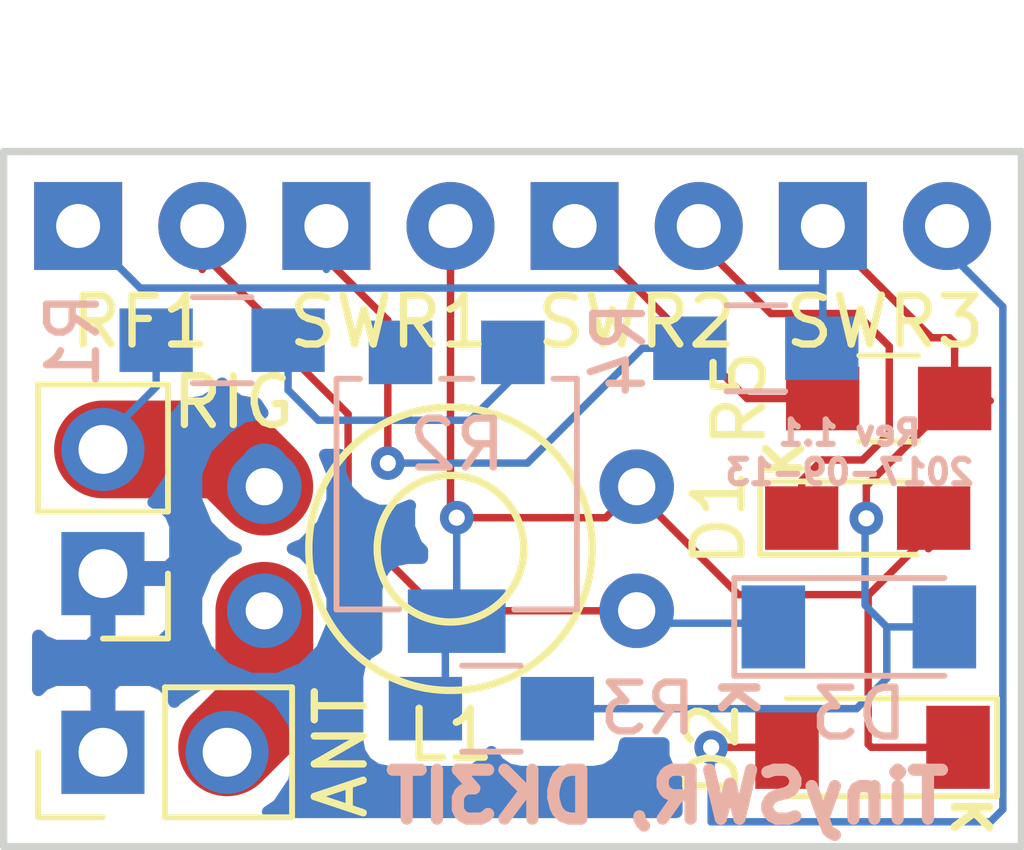
<source format=kicad_pcb>
(kicad_pcb (version 4) (host pcbnew 4.0.6)

  (general
    (links 21)
    (no_connects 0)
    (area 150.7936 90.345599 172.922001 107.898001)
    (thickness 1.6002)
    (drawings 10)
    (tracks 97)
    (zones 0)
    (modules 15)
    (nets 12)
  )

  (page A4)
  (layers
    (0 Top signal)
    (31 Bottom signal)
    (33 F.Adhes user)
    (34 B.Paste user)
    (35 F.Paste user)
    (36 B.SilkS user)
    (37 F.SilkS user)
    (38 B.Mask user)
    (39 F.Mask user)
    (40 Dwgs.User user)
    (41 Cmts.User user)
    (42 Eco1.User user)
    (43 Eco2.User user)
    (44 Edge.Cuts user)
    (45 Margin user)
    (47 F.CrtYd user)
    (49 F.Fab user)
  )

  (setup
    (last_trace_width 0.1524)
    (trace_clearance 0.1524)
    (zone_clearance 0.508)
    (zone_45_only no)
    (trace_min 0.1524)
    (segment_width 0.2)
    (edge_width 0.15)
    (via_size 0.6858)
    (via_drill 0.3302)
    (via_min_size 0.6858)
    (via_min_drill 0.3302)
    (uvia_size 0.762)
    (uvia_drill 0.508)
    (uvias_allowed no)
    (uvia_min_size 0)
    (uvia_min_drill 0)
    (pcb_text_width 0.3)
    (pcb_text_size 1.5 1.5)
    (mod_edge_width 0.15)
    (mod_text_size 1 1)
    (mod_text_width 0.15)
    (pad_size 1.524 1.524)
    (pad_drill 0.762)
    (pad_to_mask_clearance 0.2)
    (aux_axis_origin 0 0)
    (visible_elements FFFEFF7F)
    (pcbplotparams
      (layerselection 0x010f0_80000001)
      (usegerberextensions true)
      (excludeedgelayer true)
      (linewidth 0.100000)
      (plotframeref false)
      (viasonmask false)
      (mode 1)
      (useauxorigin false)
      (hpglpennumber 1)
      (hpglpenspeed 20)
      (hpglpendiameter 15)
      (hpglpenoverlay 2)
      (psnegative false)
      (psa4output false)
      (plotreference true)
      (plotvalue true)
      (plotinvisibletext false)
      (padsonsilk false)
      (subtractmaskfromsilk false)
      (outputformat 1)
      (mirror false)
      (drillshape 0)
      (scaleselection 1)
      (outputdirectory gerber/))
  )

  (net 0 "")
  (net 1 GND)
  (net 2 "Net-(D1-Pad1)")
  (net 3 "Net-(D1-Pad2)")
  (net 4 "Net-(D3-Pad1)")
  (net 5 "Net-(J1-Pad1)")
  (net 6 "Net-(R1-Pad2)")
  (net 7 "Net-(R4-Pad1)")
  (net 8 "Net-(R5-Pad1)")
  (net 9 "Net-(D2-Pad2)")
  (net 10 "Net-(D3-Pad2)")
  (net 11 "Net-(J2-Pad1)")

  (net_class Default "This is the default net class."
    (clearance 0.1524)
    (trace_width 0.1524)
    (via_dia 0.6858)
    (via_drill 0.3302)
    (uvia_dia 0.762)
    (uvia_drill 0.508)
    (add_net GND)
    (add_net "Net-(D1-Pad1)")
    (add_net "Net-(D1-Pad2)")
    (add_net "Net-(D2-Pad2)")
    (add_net "Net-(D3-Pad1)")
    (add_net "Net-(D3-Pad2)")
    (add_net "Net-(J2-Pad1)")
    (add_net "Net-(R1-Pad2)")
    (add_net "Net-(R4-Pad1)")
    (add_net "Net-(R5-Pad1)")
  )

  (net_class Medium ""
    (clearance 0.1524)
    (trace_width 1)
    (via_dia 0.6858)
    (via_drill 0.3302)
    (uvia_dia 0.762)
    (uvia_drill 0.1)
  )

  (net_class RF ""
    (clearance 0.1524)
    (trace_width 2)
    (via_dia 0.6858)
    (via_drill 0.3302)
    (uvia_dia 0.762)
    (uvia_drill 0.1)
    (add_net "Net-(J1-Pad1)")
  )

  (module Resistors_SMD:R_0805_HandSoldering placed (layer Bottom) (tedit 59B8EA2D) (tstamp 59774D35)
    (at 162 105)
    (descr "Resistor SMD 0805, hand soldering")
    (tags "resistor 0805")
    (path /5971C475)
    (attr smd)
    (fp_text reference R3 (at 3.2 0 180) (layer B.SilkS)
      (effects (font (size 1 1) (thickness 0.15)) (justify mirror))
    )
    (fp_text value 4.7k (at 0 -1.75) (layer B.Fab) hide
      (effects (font (size 1 1) (thickness 0.15)) (justify mirror))
    )
    (fp_text user %R (at 0 0) (layer B.Fab)
      (effects (font (size 0.5 0.5) (thickness 0.075)) (justify mirror))
    )
    (fp_line (start -1 -0.62) (end -1 0.62) (layer B.Fab) (width 0.1))
    (fp_line (start 1 -0.62) (end -1 -0.62) (layer B.Fab) (width 0.1))
    (fp_line (start 1 0.62) (end 1 -0.62) (layer B.Fab) (width 0.1))
    (fp_line (start -1 0.62) (end 1 0.62) (layer B.Fab) (width 0.1))
    (fp_line (start 0.6 -0.88) (end -0.6 -0.88) (layer B.SilkS) (width 0.12))
    (fp_line (start -0.6 0.88) (end 0.6 0.88) (layer B.SilkS) (width 0.12))
    (fp_line (start -2.35 0.9) (end 2.35 0.9) (layer B.CrtYd) (width 0.05))
    (fp_line (start -2.35 0.9) (end -2.35 -0.9) (layer B.CrtYd) (width 0.05))
    (fp_line (start 2.35 -0.9) (end 2.35 0.9) (layer B.CrtYd) (width 0.05))
    (fp_line (start 2.35 -0.9) (end -2.35 -0.9) (layer B.CrtYd) (width 0.05))
    (pad 1 smd rect (at -1.35 0) (size 1.5 1.3) (layers Bottom B.Paste B.Mask)
      (net 3 "Net-(D1-Pad2)"))
    (pad 2 smd rect (at 1.35 0) (size 1.5 1.3) (layers Bottom B.Paste B.Mask)
      (net 10 "Net-(D3-Pad2)"))
    (model ${KISYS3DMOD}/Resistors_SMD.3dshapes/R_0805.wrl
      (at (xyz 0 0 0))
      (scale (xyz 1 1 1))
      (rotate (xyz 0 0 0))
    )
  )

  (module LEDs:LED_0805_HandSoldering placed (layer Top) (tedit 59777DD4) (tstamp 59774C97)
    (at 169.7 101.1)
    (descr "Resistor SMD 0805, hand soldering")
    (tags "resistor 0805")
    (path /5971C155)
    (attr smd)
    (fp_text reference D1 (at -3.048 0 90) (layer F.SilkS)
      (effects (font (size 1 1) (thickness 0.15)))
    )
    (fp_text value red (at 1.524 0) (layer F.Fab) hide
      (effects (font (size 1 1) (thickness 0.15)))
    )
    (fp_line (start -0.4 -0.4) (end -0.4 0.4) (layer F.Fab) (width 0.1))
    (fp_line (start -0.4 0) (end 0.2 -0.4) (layer F.Fab) (width 0.1))
    (fp_line (start 0.2 0.4) (end -0.4 0) (layer F.Fab) (width 0.1))
    (fp_line (start 0.2 -0.4) (end 0.2 0.4) (layer F.Fab) (width 0.1))
    (fp_line (start -1 0.62) (end -1 -0.62) (layer F.Fab) (width 0.1))
    (fp_line (start 1 0.62) (end -1 0.62) (layer F.Fab) (width 0.1))
    (fp_line (start 1 -0.62) (end 1 0.62) (layer F.Fab) (width 0.1))
    (fp_line (start -1 -0.62) (end 1 -0.62) (layer F.Fab) (width 0.1))
    (fp_line (start 1 0.75) (end -2.2 0.75) (layer F.SilkS) (width 0.12))
    (fp_line (start -2.2 -0.75) (end 1 -0.75) (layer F.SilkS) (width 0.12))
    (fp_line (start -2.35 -0.9) (end 2.35 -0.9) (layer F.CrtYd) (width 0.05))
    (fp_line (start -2.35 -0.9) (end -2.35 0.9) (layer F.CrtYd) (width 0.05))
    (fp_line (start 2.35 0.9) (end 2.35 -0.9) (layer F.CrtYd) (width 0.05))
    (fp_line (start 2.35 0.9) (end -2.35 0.9) (layer F.CrtYd) (width 0.05))
    (fp_line (start -2.2 -0.75) (end -2.2 0.75) (layer F.SilkS) (width 0.12))
    (pad 1 smd rect (at -1.35 0) (size 1.5 1.3) (layers Top F.Paste F.Mask)
      (net 2 "Net-(D1-Pad1)"))
    (pad 2 smd rect (at 1.35 0) (size 1.5 1.3) (layers Top F.Paste F.Mask)
      (net 3 "Net-(D1-Pad2)"))
    (model ${KISYS3DMOD}/LEDs.3dshapes/LED_0805.wrl
      (at (xyz 0 0 0))
      (scale (xyz 1 1 1))
      (rotate (xyz 0 0 0))
    )
  )

  (module Diodes_SMD:D_MiniMELF placed (layer Bottom) (tedit 59B8ED47) (tstamp 59774CA3)
    (at 169.5196 103.3272)
    (descr "Diode Mini-MELF")
    (tags "Diode Mini-MELF")
    (path /5971C5EC)
    (attr smd)
    (fp_text reference D3 (at 0 1.778) (layer B.SilkS)
      (effects (font (size 1 1) (thickness 0.15)) (justify mirror))
    )
    (fp_text value "BAT 46" (at 0 -1.75) (layer B.Fab) hide
      (effects (font (size 1 1) (thickness 0.15)) (justify mirror))
    )
    (fp_text user %R (at 0 2) (layer B.Fab)
      (effects (font (size 1 1) (thickness 0.15)) (justify mirror))
    )
    (fp_line (start 1.75 1) (end -2.55 1) (layer B.SilkS) (width 0.12))
    (fp_line (start -2.55 1) (end -2.55 -1) (layer B.SilkS) (width 0.12))
    (fp_line (start -2.55 -1) (end 1.75 -1) (layer B.SilkS) (width 0.12))
    (fp_line (start 1.65 0.8) (end 1.65 -0.8) (layer B.Fab) (width 0.1))
    (fp_line (start 1.65 -0.8) (end -1.65 -0.8) (layer B.Fab) (width 0.1))
    (fp_line (start -1.65 -0.8) (end -1.65 0.8) (layer B.Fab) (width 0.1))
    (fp_line (start -1.65 0.8) (end 1.65 0.8) (layer B.Fab) (width 0.1))
    (fp_line (start 0.25 0) (end 0.75 0) (layer B.Fab) (width 0.1))
    (fp_line (start 0.25 -0.4) (end -0.35 0) (layer B.Fab) (width 0.1))
    (fp_line (start 0.25 0.4) (end 0.25 -0.4) (layer B.Fab) (width 0.1))
    (fp_line (start -0.35 0) (end 0.25 0.4) (layer B.Fab) (width 0.1))
    (fp_line (start -0.35 0) (end -0.35 -0.55) (layer B.Fab) (width 0.1))
    (fp_line (start -0.35 0) (end -0.35 0.55) (layer B.Fab) (width 0.1))
    (fp_line (start -0.75 0) (end -0.35 0) (layer B.Fab) (width 0.1))
    (fp_line (start -2.65 1.1) (end 2.65 1.1) (layer B.CrtYd) (width 0.05))
    (fp_line (start 2.65 1.1) (end 2.65 -1.1) (layer B.CrtYd) (width 0.05))
    (fp_line (start 2.65 -1.1) (end -2.65 -1.1) (layer B.CrtYd) (width 0.05))
    (fp_line (start -2.65 -1.1) (end -2.65 1.1) (layer B.CrtYd) (width 0.05))
    (pad 1 smd rect (at -1.75 0) (size 1.3 1.7) (layers Bottom B.Paste B.Mask)
      (net 4 "Net-(D3-Pad1)"))
    (pad 2 smd rect (at 1.75 0) (size 1.3 1.7) (layers Bottom B.Paste B.Mask)
      (net 10 "Net-(D3-Pad2)"))
    (model ${KISYS3DMOD}/Diodes_SMD.3dshapes/D_MiniMELF.wrl
      (at (xyz 0 0 0))
      (scale (xyz 1 1 1))
      (rotate (xyz 0 0 0))
    )
  )

  (module mfhepp:FT23_horizontal placed (layer Top) (tedit 59765FA4) (tstamp 59774D02)
    (at 161.163 101.727)
    (tags "toroid, coil, amidon, FT")
    (path /59767ABF)
    (fp_text reference L1 (at 0 3.81) (layer F.SilkS)
      (effects (font (size 1 1) (thickness 0.15)))
    )
    (fp_text value FT23-43 (at 0 -3.81) (layer F.Fab)
      (effects (font (size 1 1) (thickness 0.15)))
    )
    (fp_circle (center 0 0) (end 5 0) (layer F.CrtYd) (width 0.1))
    (fp_circle (center 0 0) (end 2.9 0) (layer F.SilkS) (width 0.15))
    (fp_circle (center 0 0) (end 1.5 0) (layer F.SilkS) (width 0.15))
    (pad 1 thru_hole circle (at -3.81 -1.27) (size 1.524 1.524) (drill 0.762) (layers *.Cu *.Mask)
      (net 11 "Net-(J2-Pad1)"))
    (pad 2 thru_hole circle (at -3.81 1.27) (size 1.524 1.524) (drill 0.762) (layers *.Cu *.Mask)
      (net 5 "Net-(J1-Pad1)"))
    (pad 3 thru_hole circle (at 3.81 -1.27) (size 1.524 1.524) (drill 0.762) (layers *.Cu *.Mask)
      (net 3 "Net-(D1-Pad2)"))
    (pad 4 thru_hole circle (at 3.81 1.27) (size 1.524 1.524) (drill 0.762) (layers *.Cu *.Mask)
      (net 4 "Net-(D3-Pad1)"))
  )

  (module Resistors_SMD:R_0805_HandSoldering placed (layer Bottom) (tedit 59777F4F) (tstamp 59774D28)
    (at 156.4894 97.4598)
    (descr "Resistor SMD 0805, hand soldering")
    (tags "resistor 0805")
    (path /5971C512)
    (attr smd)
    (fp_text reference R1 (at -3.048 0 270) (layer B.SilkS)
      (effects (font (size 1 1) (thickness 0.15)) (justify mirror))
    )
    (fp_text value 820 (at 0 -1.75) (layer B.Fab) hide
      (effects (font (size 1 1) (thickness 0.15)) (justify mirror))
    )
    (fp_text user %R (at 0 0) (layer B.Fab)
      (effects (font (size 0.5 0.5) (thickness 0.075)) (justify mirror))
    )
    (fp_line (start -1 -0.62) (end -1 0.62) (layer B.Fab) (width 0.1))
    (fp_line (start 1 -0.62) (end -1 -0.62) (layer B.Fab) (width 0.1))
    (fp_line (start 1 0.62) (end 1 -0.62) (layer B.Fab) (width 0.1))
    (fp_line (start -1 0.62) (end 1 0.62) (layer B.Fab) (width 0.1))
    (fp_line (start 0.6 -0.88) (end -0.6 -0.88) (layer B.SilkS) (width 0.12))
    (fp_line (start -0.6 0.88) (end 0.6 0.88) (layer B.SilkS) (width 0.12))
    (fp_line (start -2.35 0.9) (end 2.35 0.9) (layer B.CrtYd) (width 0.05))
    (fp_line (start -2.35 0.9) (end -2.35 -0.9) (layer B.CrtYd) (width 0.05))
    (fp_line (start 2.35 -0.9) (end 2.35 0.9) (layer B.CrtYd) (width 0.05))
    (fp_line (start 2.35 -0.9) (end -2.35 -0.9) (layer B.CrtYd) (width 0.05))
    (pad 1 smd rect (at -1.35 0) (size 1.5 1.3) (layers Bottom B.Paste B.Mask)
      (net 11 "Net-(J2-Pad1)"))
    (pad 2 smd rect (at 1.35 0) (size 1.5 1.3) (layers Bottom B.Paste B.Mask)
      (net 6 "Net-(R1-Pad2)"))
    (model ${KISYS3DMOD}/Resistors_SMD.3dshapes/R_0805.wrl
      (at (xyz 0 0 0))
      (scale (xyz 1 1 1))
      (rotate (xyz 0 0 0))
    )
  )

  (module Resistors_SMD:R_0805_HandSoldering placed (layer Bottom) (tedit 59B8F2E6) (tstamp 59774D3B)
    (at 167.4114 97.6249)
    (descr "Resistor SMD 0805, hand soldering")
    (tags "resistor 0805")
    (path /5971C358)
    (attr smd)
    (fp_text reference R4 (at -2.794 0.0254 270) (layer B.SilkS)
      (effects (font (size 1 1) (thickness 0.15)) (justify mirror))
    )
    (fp_text value 860 (at 0 1.524) (layer B.Fab) hide
      (effects (font (size 1 1) (thickness 0.15)) (justify mirror))
    )
    (fp_text user %R (at 0 0) (layer B.Fab)
      (effects (font (size 0.5 0.5) (thickness 0.075)) (justify mirror))
    )
    (fp_line (start -1 -0.62) (end -1 0.62) (layer B.Fab) (width 0.1))
    (fp_line (start 1 -0.62) (end -1 -0.62) (layer B.Fab) (width 0.1))
    (fp_line (start 1 0.62) (end 1 -0.62) (layer B.Fab) (width 0.1))
    (fp_line (start -1 0.62) (end 1 0.62) (layer B.Fab) (width 0.1))
    (fp_line (start 0.6 -0.88) (end -0.6 -0.88) (layer B.SilkS) (width 0.12))
    (fp_line (start -0.6 0.88) (end 0.6 0.88) (layer B.SilkS) (width 0.12))
    (fp_line (start -2.35 0.9) (end 2.35 0.9) (layer B.CrtYd) (width 0.05))
    (fp_line (start -2.35 0.9) (end -2.35 -0.9) (layer B.CrtYd) (width 0.05))
    (fp_line (start 2.35 -0.9) (end 2.35 0.9) (layer B.CrtYd) (width 0.05))
    (fp_line (start 2.35 -0.9) (end -2.35 -0.9) (layer B.CrtYd) (width 0.05))
    (pad 1 smd rect (at -1.35 0) (size 1.5 1.3) (layers Bottom B.Paste B.Mask)
      (net 7 "Net-(R4-Pad1)"))
    (pad 2 smd rect (at 1.35 0) (size 1.5 1.3) (layers Bottom B.Paste B.Mask)
      (net 10 "Net-(D3-Pad2)"))
    (model ${KISYS3DMOD}/Resistors_SMD.3dshapes/R_0805.wrl
      (at (xyz 0 0 0))
      (scale (xyz 1 1 1))
      (rotate (xyz 0 0 0))
    )
  )

  (module Resistors_SMD:R_0805_HandSoldering placed (layer Top) (tedit 59778116) (tstamp 59774D41)
    (at 170.1292 98.6536)
    (descr "Resistor SMD 0805, hand soldering")
    (tags "resistor 0805")
    (path /5971C4BD)
    (attr smd)
    (fp_text reference R5 (at -3.048 0 90) (layer F.SilkS)
      (effects (font (size 1 1) (thickness 0.15)))
    )
    (fp_text value 100 (at 1.016 0) (layer F.Fab) hide
      (effects (font (size 1 1) (thickness 0.15)))
    )
    (fp_text user %R (at 0 0) (layer F.Fab)
      (effects (font (size 0.5 0.5) (thickness 0.075)))
    )
    (fp_line (start -1 0.62) (end -1 -0.62) (layer F.Fab) (width 0.1))
    (fp_line (start 1 0.62) (end -1 0.62) (layer F.Fab) (width 0.1))
    (fp_line (start 1 -0.62) (end 1 0.62) (layer F.Fab) (width 0.1))
    (fp_line (start -1 -0.62) (end 1 -0.62) (layer F.Fab) (width 0.1))
    (fp_line (start 0.6 0.88) (end -0.6 0.88) (layer F.SilkS) (width 0.12))
    (fp_line (start -0.6 -0.88) (end 0.6 -0.88) (layer F.SilkS) (width 0.12))
    (fp_line (start -2.35 -0.9) (end 2.35 -0.9) (layer F.CrtYd) (width 0.05))
    (fp_line (start -2.35 -0.9) (end -2.35 0.9) (layer F.CrtYd) (width 0.05))
    (fp_line (start 2.35 0.9) (end 2.35 -0.9) (layer F.CrtYd) (width 0.05))
    (fp_line (start 2.35 0.9) (end -2.35 0.9) (layer F.CrtYd) (width 0.05))
    (pad 1 smd rect (at -1.35 0) (size 1.5 1.3) (layers Top F.Paste F.Mask)
      (net 8 "Net-(R5-Pad1)"))
    (pad 2 smd rect (at 1.35 0) (size 1.5 1.3) (layers Top F.Paste F.Mask)
      (net 10 "Net-(D3-Pad2)"))
    (model ${KISYS3DMOD}/Resistors_SMD.3dshapes/R_0805.wrl
      (at (xyz 0 0 0))
      (scale (xyz 1 1 1))
      (rotate (xyz 0 0 0))
    )
  )

  (module lib_fp:LED_D1.8mm_W1.8mm_H2.4mm_Horizontal_O1.27mm_Z1.6mm (layer Bottom) (tedit 59B8E866) (tstamp 5977A4DA)
    (at 158.623 95.123)
    (descr "LED, ,  diameter 1.8mm size 1.8x2.4mm^2 z-position of LED center 1.6mm, 2 pins")
    (tags "LED   diameter 1.8mm size 1.8x2.4mm^2 z-position of LED center 1.6mm 2 pins")
    (path /5971C0D5)
    (fp_text reference SWR1 (at 1.27 1.96) (layer F.SilkS)
      (effects (font (size 1 1) (thickness 0.15)))
    )
    (fp_text value red (at 1.143 -0.127) (layer B.Fab) hide
      (effects (font (size 1 1) (thickness 0.15)) (justify mirror))
    )
    (fp_line (start -0.38 -1.27) (end -0.38 -2.87) (layer B.Fab) (width 0.1))
    (fp_line (start -0.38 -2.87) (end 2.92 -2.87) (layer B.Fab) (width 0.1))
    (fp_line (start 2.92 -2.87) (end 2.92 -1.27) (layer B.Fab) (width 0.1))
    (fp_line (start 2.92 -1.27) (end -0.38 -1.27) (layer B.Fab) (width 0.1))
    (fp_line (start 0.37 -2.87) (end 0.37 -4.27) (layer B.Fab) (width 0.1))
    (fp_line (start 0.37 -4.27) (end 2.17 -4.27) (layer B.Fab) (width 0.1))
    (fp_line (start 2.17 -4.27) (end 2.17 -2.87) (layer B.Fab) (width 0.1))
    (fp_line (start 2.17 -2.87) (end 0.37 -2.87) (layer B.Fab) (width 0.1))
    (fp_line (start 0 0) (end 0 -1.27) (layer B.Fab) (width 0.1))
    (fp_line (start 0 -1.27) (end 0 -1.27) (layer B.Fab) (width 0.1))
    (fp_line (start 0 -1.27) (end 0 0) (layer B.Fab) (width 0.1))
    (fp_line (start 0 0) (end 0 0) (layer B.Fab) (width 0.1))
    (fp_line (start 2.54 0) (end 2.54 -1.27) (layer B.Fab) (width 0.1))
    (fp_line (start 2.54 -1.27) (end 2.54 -1.27) (layer B.Fab) (width 0.1))
    (fp_line (start 2.54 -1.27) (end 2.54 0) (layer B.Fab) (width 0.1))
    (fp_line (start 2.54 0) (end 2.54 0) (layer B.Fab) (width 0.1))
    (fp_line (start -1.25 1.25) (end -1.25 -4.6) (layer B.CrtYd) (width 0.05))
    (fp_line (start -1.25 -4.6) (end 3.75 -4.6) (layer B.CrtYd) (width 0.05))
    (fp_line (start 3.75 -4.6) (end 3.75 1.25) (layer B.CrtYd) (width 0.05))
    (fp_line (start 3.75 1.25) (end -1.25 1.25) (layer B.CrtYd) (width 0.05))
    (pad 1 thru_hole rect (at 0 0) (size 1.8 1.8) (drill 0.9) (layers *.Cu *.Mask)
      (net 7 "Net-(R4-Pad1)"))
    (pad 2 thru_hole circle (at 2.54 0) (size 1.8 1.8) (drill 0.9) (layers *.Cu *.Mask)
      (net 3 "Net-(D1-Pad2)"))
    (model ${KISYS3DMOD}/LEDs.3dshapes/LED_D1.8mm_W1.8mm_H2.4mm_Horizontal_O1.27mm_Z1.6mm.wrl
      (at (xyz 0 0 0))
      (scale (xyz 0.393701 0.393701 0.393701))
      (rotate (xyz 0 0 0))
    )
  )

  (module lib_fp:LED_D1.8mm_W1.8mm_H2.4mm_Horizontal_O1.27mm_Z1.6mm (layer Bottom) (tedit 59B8E861) (tstamp 5977A4F3)
    (at 163.703 95.123)
    (descr "LED, ,  diameter 1.8mm size 1.8x2.4mm^2 z-position of LED center 1.6mm, 2 pins")
    (tags "LED   diameter 1.8mm size 1.8x2.4mm^2 z-position of LED center 1.6mm 2 pins")
    (path /5971C2A8)
    (fp_text reference SWR2 (at 1.27 1.96) (layer F.SilkS)
      (effects (font (size 1 1) (thickness 0.15)))
    )
    (fp_text value red (at 1.27 -0.127) (layer B.Fab) hide
      (effects (font (size 1 1) (thickness 0.15)) (justify mirror))
    )
    (fp_line (start -0.38 -1.27) (end -0.38 -2.87) (layer B.Fab) (width 0.1))
    (fp_line (start -0.38 -2.87) (end 2.92 -2.87) (layer B.Fab) (width 0.1))
    (fp_line (start 2.92 -2.87) (end 2.92 -1.27) (layer B.Fab) (width 0.1))
    (fp_line (start 2.92 -1.27) (end -0.38 -1.27) (layer B.Fab) (width 0.1))
    (fp_line (start 0.37 -2.87) (end 0.37 -4.27) (layer B.Fab) (width 0.1))
    (fp_line (start 0.37 -4.27) (end 2.17 -4.27) (layer B.Fab) (width 0.1))
    (fp_line (start 2.17 -4.27) (end 2.17 -2.87) (layer B.Fab) (width 0.1))
    (fp_line (start 2.17 -2.87) (end 0.37 -2.87) (layer B.Fab) (width 0.1))
    (fp_line (start 0 0) (end 0 -1.27) (layer B.Fab) (width 0.1))
    (fp_line (start 0 -1.27) (end 0 -1.27) (layer B.Fab) (width 0.1))
    (fp_line (start 0 -1.27) (end 0 0) (layer B.Fab) (width 0.1))
    (fp_line (start 0 0) (end 0 0) (layer B.Fab) (width 0.1))
    (fp_line (start 2.54 0) (end 2.54 -1.27) (layer B.Fab) (width 0.1))
    (fp_line (start 2.54 -1.27) (end 2.54 -1.27) (layer B.Fab) (width 0.1))
    (fp_line (start 2.54 -1.27) (end 2.54 0) (layer B.Fab) (width 0.1))
    (fp_line (start 2.54 0) (end 2.54 0) (layer B.Fab) (width 0.1))
    (fp_line (start -1.25 1.25) (end -1.25 -4.6) (layer B.CrtYd) (width 0.05))
    (fp_line (start -1.25 -4.6) (end 3.75 -4.6) (layer B.CrtYd) (width 0.05))
    (fp_line (start 3.75 -4.6) (end 3.75 1.25) (layer B.CrtYd) (width 0.05))
    (fp_line (start 3.75 1.25) (end -1.25 1.25) (layer B.CrtYd) (width 0.05))
    (pad 1 thru_hole rect (at 0 0) (size 1.8 1.8) (drill 0.9) (layers *.Cu *.Mask)
      (net 8 "Net-(R5-Pad1)"))
    (pad 2 thru_hole circle (at 2.54 0) (size 1.8 1.8) (drill 0.9) (layers *.Cu *.Mask)
      (net 2 "Net-(D1-Pad1)"))
    (model ${KISYS3DMOD}/LEDs.3dshapes/LED_D1.8mm_W1.8mm_H2.4mm_Horizontal_O1.27mm_Z1.6mm.wrl
      (at (xyz 0 0 0))
      (scale (xyz 0.393701 0.393701 0.393701))
      (rotate (xyz 0 0 0))
    )
  )

  (module lib_fp:LED_D1.8mm_W1.8mm_H2.4mm_Horizontal_O1.27mm_Z1.6mm (layer Bottom) (tedit 59B8E85B) (tstamp 5977A50C)
    (at 168.783 95.123)
    (descr "LED, ,  diameter 1.8mm size 1.8x2.4mm^2 z-position of LED center 1.6mm, 2 pins")
    (tags "LED   diameter 1.8mm size 1.8x2.4mm^2 z-position of LED center 1.6mm 2 pins")
    (path /5971C30D)
    (fp_text reference SWR3 (at 1.27 1.96) (layer F.SilkS)
      (effects (font (size 1 1) (thickness 0.15)))
    )
    (fp_text value red (at 1.27 -0.127) (layer B.Fab) hide
      (effects (font (size 1 1) (thickness 0.15)) (justify mirror))
    )
    (fp_line (start -0.38 -1.27) (end -0.38 -2.87) (layer B.Fab) (width 0.1))
    (fp_line (start -0.38 -2.87) (end 2.92 -2.87) (layer B.Fab) (width 0.1))
    (fp_line (start 2.92 -2.87) (end 2.92 -1.27) (layer B.Fab) (width 0.1))
    (fp_line (start 2.92 -1.27) (end -0.38 -1.27) (layer B.Fab) (width 0.1))
    (fp_line (start 0.37 -2.87) (end 0.37 -4.27) (layer B.Fab) (width 0.1))
    (fp_line (start 0.37 -4.27) (end 2.17 -4.27) (layer B.Fab) (width 0.1))
    (fp_line (start 2.17 -4.27) (end 2.17 -2.87) (layer B.Fab) (width 0.1))
    (fp_line (start 2.17 -2.87) (end 0.37 -2.87) (layer B.Fab) (width 0.1))
    (fp_line (start 0 0) (end 0 -1.27) (layer B.Fab) (width 0.1))
    (fp_line (start 0 -1.27) (end 0 -1.27) (layer B.Fab) (width 0.1))
    (fp_line (start 0 -1.27) (end 0 0) (layer B.Fab) (width 0.1))
    (fp_line (start 0 0) (end 0 0) (layer B.Fab) (width 0.1))
    (fp_line (start 2.54 0) (end 2.54 -1.27) (layer B.Fab) (width 0.1))
    (fp_line (start 2.54 -1.27) (end 2.54 -1.27) (layer B.Fab) (width 0.1))
    (fp_line (start 2.54 -1.27) (end 2.54 0) (layer B.Fab) (width 0.1))
    (fp_line (start 2.54 0) (end 2.54 0) (layer B.Fab) (width 0.1))
    (fp_line (start -1.25 1.25) (end -1.25 -4.6) (layer B.CrtYd) (width 0.05))
    (fp_line (start -1.25 -4.6) (end 3.75 -4.6) (layer B.CrtYd) (width 0.05))
    (fp_line (start 3.75 -4.6) (end 3.75 1.25) (layer B.CrtYd) (width 0.05))
    (fp_line (start 3.75 1.25) (end -1.25 1.25) (layer B.CrtYd) (width 0.05))
    (pad 1 thru_hole rect (at 0 0) (size 1.8 1.8) (drill 0.9) (layers *.Cu *.Mask)
      (net 10 "Net-(D3-Pad2)"))
    (pad 2 thru_hole circle (at 2.54 0) (size 1.8 1.8) (drill 0.9) (layers *.Cu *.Mask)
      (net 9 "Net-(D2-Pad2)"))
    (model ${KISYS3DMOD}/LEDs.3dshapes/LED_D1.8mm_W1.8mm_H2.4mm_Horizontal_O1.27mm_Z1.6mm.wrl
      (at (xyz 0 0 0))
      (scale (xyz 0.393701 0.393701 0.393701))
      (rotate (xyz 0 0 0))
    )
  )

  (module lib_fp:LED_D1.8mm_W1.8mm_H2.4mm_Horizontal_O1.27mm_Z1.6mm (layer Bottom) (tedit 59B8E86D) (tstamp 5977AB97)
    (at 153.543 95.123)
    (descr "LED, ,  diameter 1.8mm size 1.8x2.4mm^2 z-position of LED center 1.6mm, 2 pins")
    (tags "LED   diameter 1.8mm size 1.8x2.4mm^2 z-position of LED center 1.6mm 2 pins")
    (path /5971C1E1)
    (fp_text reference RF1 (at 1.27 1.96) (layer F.SilkS)
      (effects (font (size 1 1) (thickness 0.15)))
    )
    (fp_text value yellow (at 1.651 -0.254) (layer B.Fab) hide
      (effects (font (size 1 1) (thickness 0.15)) (justify mirror))
    )
    (fp_line (start -0.38 -1.27) (end -0.38 -2.87) (layer B.Fab) (width 0.1))
    (fp_line (start -0.38 -2.87) (end 2.92 -2.87) (layer B.Fab) (width 0.1))
    (fp_line (start 2.92 -2.87) (end 2.92 -1.27) (layer B.Fab) (width 0.1))
    (fp_line (start 2.92 -1.27) (end -0.38 -1.27) (layer B.Fab) (width 0.1))
    (fp_line (start 0.37 -2.87) (end 0.37 -4.27) (layer B.Fab) (width 0.1))
    (fp_line (start 0.37 -4.27) (end 2.17 -4.27) (layer B.Fab) (width 0.1))
    (fp_line (start 2.17 -4.27) (end 2.17 -2.87) (layer B.Fab) (width 0.1))
    (fp_line (start 2.17 -2.87) (end 0.37 -2.87) (layer B.Fab) (width 0.1))
    (fp_line (start 0 0) (end 0 -1.27) (layer B.Fab) (width 0.1))
    (fp_line (start 0 -1.27) (end 0 -1.27) (layer B.Fab) (width 0.1))
    (fp_line (start 0 -1.27) (end 0 0) (layer B.Fab) (width 0.1))
    (fp_line (start 0 0) (end 0 0) (layer B.Fab) (width 0.1))
    (fp_line (start 2.54 0) (end 2.54 -1.27) (layer B.Fab) (width 0.1))
    (fp_line (start 2.54 -1.27) (end 2.54 -1.27) (layer B.Fab) (width 0.1))
    (fp_line (start 2.54 -1.27) (end 2.54 0) (layer B.Fab) (width 0.1))
    (fp_line (start 2.54 0) (end 2.54 0) (layer B.Fab) (width 0.1))
    (fp_line (start -1.25 1.25) (end -1.25 -4.6) (layer B.CrtYd) (width 0.05))
    (fp_line (start -1.25 -4.6) (end 3.75 -4.6) (layer B.CrtYd) (width 0.05))
    (fp_line (start 3.75 -4.6) (end 3.75 1.25) (layer B.CrtYd) (width 0.05))
    (fp_line (start 3.75 1.25) (end -1.25 1.25) (layer B.CrtYd) (width 0.05))
    (pad 1 thru_hole rect (at 0 0) (size 1.8 1.8) (drill 0.9) (layers *.Cu *.Mask)
      (net 10 "Net-(D3-Pad2)"))
    (pad 2 thru_hole circle (at 2.54 0) (size 1.8 1.8) (drill 0.9) (layers *.Cu *.Mask)
      (net 4 "Net-(D3-Pad1)"))
    (model ${KISYS3DMOD}/LEDs.3dshapes/LED_D1.8mm_W1.8mm_H2.4mm_Horizontal_O1.27mm_Z1.6mm.wrl
      (at (xyz 0 0 0))
      (scale (xyz 0.393701 0.393701 0.393701))
      (rotate (xyz 0 0 0))
    )
  )

  (module Diodes_SMD:D_MiniMELF (layer Top) (tedit 59A8F09F) (tstamp 59A8EF44)
    (at 169.799 105.791 180)
    (descr "Diode Mini-MELF")
    (tags "Diode Mini-MELF")
    (path /59A5F404)
    (attr smd)
    (fp_text reference D2 (at 3.2766 -0.0508 270) (layer F.SilkS)
      (effects (font (size 1 1) (thickness 0.15)))
    )
    (fp_text value 3.3V (at 0 1.75 180) (layer F.Fab) hide
      (effects (font (size 1 1) (thickness 0.15)))
    )
    (fp_text user %R (at -2.4892 -0.0508 270) (layer F.Fab) hide
      (effects (font (size 1 1) (thickness 0.15)))
    )
    (fp_line (start 1.75 -1) (end -2.55 -1) (layer F.SilkS) (width 0.12))
    (fp_line (start -2.55 -1) (end -2.55 1) (layer F.SilkS) (width 0.12))
    (fp_line (start -2.55 1) (end 1.75 1) (layer F.SilkS) (width 0.12))
    (fp_line (start 1.65 -0.8) (end 1.65 0.8) (layer F.Fab) (width 0.1))
    (fp_line (start 1.65 0.8) (end -1.65 0.8) (layer F.Fab) (width 0.1))
    (fp_line (start -1.65 0.8) (end -1.65 -0.8) (layer F.Fab) (width 0.1))
    (fp_line (start -1.65 -0.8) (end 1.65 -0.8) (layer F.Fab) (width 0.1))
    (fp_line (start 0.25 0) (end 0.75 0) (layer F.Fab) (width 0.1))
    (fp_line (start 0.25 0.4) (end -0.35 0) (layer F.Fab) (width 0.1))
    (fp_line (start 0.25 -0.4) (end 0.25 0.4) (layer F.Fab) (width 0.1))
    (fp_line (start -0.35 0) (end 0.25 -0.4) (layer F.Fab) (width 0.1))
    (fp_line (start -0.35 0) (end -0.35 0.55) (layer F.Fab) (width 0.1))
    (fp_line (start -0.35 0) (end -0.35 -0.55) (layer F.Fab) (width 0.1))
    (fp_line (start -0.75 0) (end -0.35 0) (layer F.Fab) (width 0.1))
    (fp_line (start -2.65 -1.1) (end 2.65 -1.1) (layer F.CrtYd) (width 0.05))
    (fp_line (start 2.65 -1.1) (end 2.65 1.1) (layer F.CrtYd) (width 0.05))
    (fp_line (start 2.65 1.1) (end -2.65 1.1) (layer F.CrtYd) (width 0.05))
    (fp_line (start -2.65 1.1) (end -2.65 -1.1) (layer F.CrtYd) (width 0.05))
    (pad 1 smd rect (at -1.75 0 180) (size 1.3 1.7) (layers Top F.Paste F.Mask)
      (net 3 "Net-(D1-Pad2)"))
    (pad 2 smd rect (at 1.75 0 180) (size 1.3 1.7) (layers Top F.Paste F.Mask)
      (net 9 "Net-(D2-Pad2)"))
    (model ${KISYS3DMOD}/Diodes_SMD.3dshapes/D_MiniMELF.wrl
      (at (xyz 0 0 0))
      (scale (xyz 1 1 1))
      (rotate (xyz 0 0 0))
    )
  )

  (module lib_fp:BNC (layer Top) (tedit 59B8E5DB) (tstamp 59A8F07C)
    (at 154.051 105.8926 90)
    (descr "Through hole straight pin header, 1x02, 2.54mm pitch, single row")
    (tags "Through hole pin header THT 1x02 2.54mm single row")
    (path /5971BD9F)
    (fp_text reference J1 (at 0 -2.33 90) (layer F.SilkS) hide
      (effects (font (size 1 1) (thickness 0.15)))
    )
    (fp_text value ANT (at 0 4.87 90) (layer F.SilkS)
      (effects (font (size 1 1) (thickness 0.15)))
    )
    (fp_line (start -0.635 -1.27) (end 1.27 -1.27) (layer F.Fab) (width 0.1))
    (fp_line (start 1.27 -1.27) (end 1.27 3.81) (layer F.Fab) (width 0.1))
    (fp_line (start 1.27 3.81) (end -1.27 3.81) (layer F.Fab) (width 0.1))
    (fp_line (start -1.27 3.81) (end -1.27 -0.635) (layer F.Fab) (width 0.1))
    (fp_line (start -1.27 -0.635) (end -0.635 -1.27) (layer F.Fab) (width 0.1))
    (fp_line (start -1.33 3.87) (end 1.33 3.87) (layer F.SilkS) (width 0.12))
    (fp_line (start -1.33 1.27) (end -1.33 3.87) (layer F.SilkS) (width 0.12))
    (fp_line (start 1.33 1.27) (end 1.33 3.87) (layer F.SilkS) (width 0.12))
    (fp_line (start -1.33 1.27) (end 1.33 1.27) (layer F.SilkS) (width 0.12))
    (fp_line (start -1.33 0) (end -1.33 -1.33) (layer F.SilkS) (width 0.12))
    (fp_line (start -1.33 -1.33) (end 0 -1.33) (layer F.SilkS) (width 0.12))
    (fp_line (start -1.8 -1.8) (end -1.8 4.35) (layer F.CrtYd) (width 0.05))
    (fp_line (start -1.8 4.35) (end 1.8 4.35) (layer F.CrtYd) (width 0.05))
    (fp_line (start 1.8 4.35) (end 1.8 -1.8) (layer F.CrtYd) (width 0.05))
    (fp_line (start 1.8 -1.8) (end -1.8 -1.8) (layer F.CrtYd) (width 0.05))
    (fp_text user %R (at 0 1.27 180) (layer F.Fab)
      (effects (font (size 1 1) (thickness 0.15)))
    )
    (pad 2 thru_hole rect (at 0 0 90) (size 1.7 1.7) (drill 1) (layers *.Cu *.Mask)
      (net 1 GND))
    (pad 1 thru_hole oval (at 0 2.54 90) (size 1.7 1.7) (drill 1) (layers *.Cu *.Mask)
      (net 5 "Net-(J1-Pad1)"))
  )

  (module lib_fp:BNC (layer Top) (tedit 59B8EC73) (tstamp 59A8F081)
    (at 154.051 102.235 180)
    (descr "Through hole straight pin header, 1x02, 2.54mm pitch, single row")
    (tags "Through hole pin header THT 1x02 2.54mm single row")
    (path /59A67839)
    (fp_text reference J2 (at 0 -2.33 180) (layer F.SilkS) hide
      (effects (font (size 1 1) (thickness 0.15)))
    )
    (fp_text value RIG (at -2.667 3.5052 360) (layer F.SilkS)
      (effects (font (size 1 1) (thickness 0.15)))
    )
    (fp_line (start -0.635 -1.27) (end 1.27 -1.27) (layer F.Fab) (width 0.1))
    (fp_line (start 1.27 -1.27) (end 1.27 3.81) (layer F.Fab) (width 0.1))
    (fp_line (start 1.27 3.81) (end -1.27 3.81) (layer F.Fab) (width 0.1))
    (fp_line (start -1.27 3.81) (end -1.27 -0.635) (layer F.Fab) (width 0.1))
    (fp_line (start -1.27 -0.635) (end -0.635 -1.27) (layer F.Fab) (width 0.1))
    (fp_line (start -1.33 3.87) (end 1.33 3.87) (layer F.SilkS) (width 0.12))
    (fp_line (start -1.33 1.27) (end -1.33 3.87) (layer F.SilkS) (width 0.12))
    (fp_line (start 1.33 1.27) (end 1.33 3.87) (layer F.SilkS) (width 0.12))
    (fp_line (start -1.33 1.27) (end 1.33 1.27) (layer F.SilkS) (width 0.12))
    (fp_line (start -1.33 0) (end -1.33 -1.33) (layer F.SilkS) (width 0.12))
    (fp_line (start -1.33 -1.33) (end 0 -1.33) (layer F.SilkS) (width 0.12))
    (fp_line (start -1.8 -1.8) (end -1.8 4.35) (layer F.CrtYd) (width 0.05))
    (fp_line (start -1.8 4.35) (end 1.8 4.35) (layer F.CrtYd) (width 0.05))
    (fp_line (start 1.8 4.35) (end 1.8 -1.8) (layer F.CrtYd) (width 0.05))
    (fp_line (start 1.8 -1.8) (end -1.8 -1.8) (layer F.CrtYd) (width 0.05))
    (fp_text user %R (at 0 1.27 270) (layer F.Fab)
      (effects (font (size 1 1) (thickness 0.15)))
    )
    (pad 2 thru_hole rect (at 0 0 180) (size 1.7 1.7) (drill 1) (layers *.Cu *.Mask)
      (net 1 GND))
    (pad 1 thru_hole oval (at 0 2.54 180) (size 1.7 1.7) (drill 1) (layers *.Cu *.Mask)
      (net 11 "Net-(J2-Pad1)"))
  )

  (module lib_fp:Potentiometer_Trimmer_Bourns_3314G (layer Bottom) (tedit 59B8EA51) (tstamp 59B8E10F)
    (at 161.29 100.6094 90)
    (descr "Spindle Trimmer Potentiometer, Bourns 3214G, https://www.bourns.com/pdfs/3214.pdf")
    (tags "Spindle Trimmer Potentiometer   Bourns 3214G")
    (path /5974AD26)
    (attr smd)
    (fp_text reference R2 (at 1.0094 0.01 180) (layer B.SilkS)
      (effects (font (size 1 1) (thickness 0.15)) (justify mirror))
    )
    (fp_text value 1k (at 0 -3.65 90) (layer B.Fab)
      (effects (font (size 1 1) (thickness 0.15)) (justify mirror))
    )
    (fp_line (start -2.3 2.4) (end -2.3 -2.4) (layer B.Fab) (width 0.1))
    (fp_line (start -2.3 -2.4) (end 2.3 -2.4) (layer B.Fab) (width 0.1))
    (fp_line (start 2.3 -2.4) (end 2.3 2.4) (layer B.Fab) (width 0.1))
    (fp_line (start 2.3 2.4) (end -2.3 2.4) (layer B.Fab) (width 0.1))
    (fp_line (start -2.3 2.02) (end -2.3 0.24) (layer B.Fab) (width 0.1))
    (fp_line (start -2.3 0.24) (end -2.3 0.24) (layer B.Fab) (width 0.1))
    (fp_line (start -2.3 0.24) (end -2.3 2.02) (layer B.Fab) (width 0.1))
    (fp_line (start -2.3 2.02) (end -2.3 2.02) (layer B.Fab) (width 0.1))
    (fp_line (start -2.3 1.13) (end -2.3 1.13) (layer B.Fab) (width 0.1))
    (fp_line (start -2.36 2.46) (end 2.36 2.46) (layer B.SilkS) (width 0.12))
    (fp_line (start -2.36 -2.46) (end 2.36 -2.46) (layer B.SilkS) (width 0.12))
    (fp_line (start -2.36 2.46) (end -2.36 1.18) (layer B.SilkS) (width 0.12))
    (fp_line (start -2.36 -1.18) (end -2.36 -2.46) (layer B.SilkS) (width 0.12))
    (fp_line (start 2.36 2.46) (end 2.36 1.98) (layer B.SilkS) (width 0.12))
    (fp_line (start 2.36 0.32) (end 2.36 -0.32) (layer B.SilkS) (width 0.12))
    (fp_line (start 2.36 -1.98) (end 2.36 -2.46) (layer B.SilkS) (width 0.12))
    (fp_line (start -2.36 2.08) (end -2.36 2.08) (layer B.SilkS) (width 0.12))
    (fp_line (start -2.36 2.08) (end -2.36 1.18) (layer B.SilkS) (width 0.12))
    (fp_line (start -2.36 2.08) (end -2.36 1.18) (layer B.SilkS) (width 0.12))
    (fp_line (start -3.53 2.65) (end -3.53 -2.65) (layer B.CrtYd) (width 0.05))
    (fp_line (start -3.53 -2.65) (end 3.82 -2.65) (layer B.CrtYd) (width 0.05))
    (fp_line (start 3.82 -2.65) (end 3.82 2.65) (layer B.CrtYd) (width 0.05))
    (fp_line (start 3.82 2.65) (end -3.53 2.65) (layer B.CrtYd) (width 0.05))
    (pad 1 smd rect (at 2.9 1.15 90) (size 1.3 1.3) (layers Bottom B.Mask)
      (net 6 "Net-(R1-Pad2)"))
    (pad 2 smd rect (at -2.6 0 90) (size 1.3 2) (layers Bottom B.Mask)
      (net 3 "Net-(D1-Pad2)"))
    (pad 3 smd rect (at 2.9 -1.15 90) (size 1.3 1.3) (layers Bottom B.Mask))
    (model Potentiometers.3dshapes/Potentiometer_Trimmer_Bourns_3214G.wrl
      (at (xyz 0.03 0 0))
      (scale (xyz 0.39 0.39 0.39))
      (rotate (xyz 0 0 0))
    )
  )

  (gr_text "Rev 1.1\n2017-09-13" (at 169.3291 99.7585) (layer B.SilkS)
    (effects (font (size 0.5 0.5) (thickness 0.125)) (justify mirror))
  )
  (gr_text K (at 171.8 107.2 270) (layer F.SilkS)
    (effects (font (size 0.7 0.7) (thickness 0.175)))
  )
  (gr_text K (at 168 99.9 90) (layer F.SilkS)
    (effects (font (size 0.7 0.7) (thickness 0.175)))
  )
  (gr_text K (at 167.1066 104.7496 90) (layer B.SilkS)
    (effects (font (size 0.7 0.7) (thickness 0.175)) (justify mirror))
  )
  (gr_text "TinySWR, DK3IT" (at 165.6 106.8) (layer B.SilkS)
    (effects (font (size 1 1) (thickness 0.25)) (justify mirror))
  )
  (gr_line (start 152.019 93.599) (end 152.527 93.599) (angle 90) (layer Edge.Cuts) (width 0.15))
  (gr_line (start 152.019 107.823) (end 152.019 93.599) (angle 90) (layer Edge.Cuts) (width 0.15))
  (gr_line (start 172.847 107.823) (end 152.019 107.823) (angle 90) (layer Edge.Cuts) (width 0.15))
  (gr_line (start 172.847 93.599) (end 172.847 107.823) (angle 90) (layer Edge.Cuts) (width 0.15))
  (gr_line (start 152.527 93.599) (end 172.847 93.599) (angle 90) (layer Edge.Cuts) (width 0.15))

  (segment (start 168.35 101.1) (end 168.35 100.3312) (width 0.1524) (layer Top) (net 2))
  (segment (start 167.7162 96.9137) (end 166.243 95.4405) (width 0.1524) (layer Top) (net 2) (tstamp 59B8F7CB))
  (segment (start 169.4688 96.9137) (end 167.7162 96.9137) (width 0.1524) (layer Top) (net 2) (tstamp 59B8F7C5))
  (segment (start 170.1419 97.5868) (end 169.4688 96.9137) (width 0.1524) (layer Top) (net 2) (tstamp 59B8F7C4))
  (segment (start 170.1419 99.3648) (end 170.1419 97.5868) (width 0.1524) (layer Top) (net 2) (tstamp 59B8F7C1))
  (segment (start 169.5958 99.9109) (end 170.1419 99.3648) (width 0.1524) (layer Top) (net 2) (tstamp 59B8F7C0))
  (segment (start 168.7703 99.9109) (end 169.5958 99.9109) (width 0.1524) (layer Top) (net 2) (tstamp 59B8F7BE))
  (segment (start 168.35 100.3312) (end 168.7703 99.9109) (width 0.1524) (layer Top) (net 2) (tstamp 59B8F7BC))
  (segment (start 166.243 95.4405) (end 166.243 95.123) (width 0.1524) (layer Top) (net 2) (tstamp 59B8F7CC))
  (segment (start 168.449 100.711) (end 168.529 100.711) (width 0.1524) (layer Top) (net 2))
  (segment (start 166.243 95.758) (end 166.243 95.123) (width 0.1524) (layer Top) (net 2) (tstamp 59778A78))
  (segment (start 168.449 100.711) (end 168.021 100.711) (width 0.1524) (layer Top) (net 2))
  (segment (start 161.29 101.092) (end 164.338 101.092) (width 0.1524) (layer Top) (net 3))
  (segment (start 164.338 101.092) (end 164.973 100.457) (width 0.1524) (layer Top) (net 3) (tstamp 59B8F8BF))
  (segment (start 164.973 100.457) (end 164.973 100.584) (width 0.1524) (layer Top) (net 3))
  (segment (start 164.973 100.584) (end 167.0558 102.6668) (width 0.1524) (layer Top) (net 3) (tstamp 59B8F7F5))
  (segment (start 167.0558 102.6668) (end 169.7228 102.6668) (width 0.1524) (layer Top) (net 3) (tstamp 59B8F7F8))
  (segment (start 171.549 105.791) (end 169.7736 105.791) (width 0.1524) (layer Top) (net 3))
  (segment (start 169.7101 102.6795) (end 169.7228 102.6668) (width 0.1524) (layer Top) (net 3) (tstamp 59B8F52A))
  (segment (start 169.7228 102.6668) (end 171.05 101.3396) (width 0.1524) (layer Top) (net 3) (tstamp 59B8F7FF))
  (segment (start 169.7101 105.7275) (end 169.7101 102.6795) (width 0.1524) (layer Top) (net 3) (tstamp 59B8F526))
  (segment (start 169.7736 105.791) (end 169.7101 105.7275) (width 0.1524) (layer Top) (net 3) (tstamp 59B8F523))
  (segment (start 171.05 101.3396) (end 171.05 101.1) (width 0.1524) (layer Top) (net 3) (tstamp 59B8F52C))
  (segment (start 161.0576 105.283) (end 161.0576 103.4418) (width 0.1524) (layer Bottom) (net 3))
  (segment (start 161.0576 103.4418) (end 161.29 103.2094) (width 0.1524) (layer Bottom) (net 3) (tstamp 59B8E7EF))
  (segment (start 161.29 103.2094) (end 161.29 101.092) (width 0.1524) (layer Bottom) (net 3) (tstamp 59B8E7F0))
  (segment (start 161.163 100.965) (end 161.163 95.123) (width 0.1524) (layer Top) (net 3) (tstamp 59778B6F))
  (segment (start 161.29 101.092) (end 161.163 100.965) (width 0.1524) (layer Top) (net 3) (tstamp 59778B6E))
  (via (at 161.29 101.092) (size 0.6858) (drill 0.3302) (layers Top Bottom) (net 3))
  (segment (start 171.149 100.711) (end 171.149 101.52) (width 0.1524) (layer Top) (net 3))
  (segment (start 171.149 101.52) (end 170.942 101.727) (width 0.1524) (layer Top) (net 3) (tstamp 5977919B))
  (segment (start 171.149 105.791) (end 171.149 105.109) (width 0.1524) (layer Top) (net 3))
  (segment (start 156.083 95.123) (end 156.083 95.6818) (width 0.1524) (layer Top) (net 4))
  (segment (start 156.083 95.6818) (end 157.7213 97.3201) (width 0.1524) (layer Top) (net 4) (tstamp 59B8F74E))
  (segment (start 160.8963 102.997) (end 164.973 102.997) (width 0.1524) (layer Top) (net 4) (tstamp 59B8F763))
  (segment (start 159.0675 101.1682) (end 160.8963 102.997) (width 0.1524) (layer Top) (net 4) (tstamp 59B8F75E))
  (segment (start 159.0675 98.9711) (end 159.0675 101.1682) (width 0.1524) (layer Top) (net 4) (tstamp 59B8F758))
  (segment (start 157.7213 97.6249) (end 159.0675 98.9711) (width 0.1524) (layer Top) (net 4) (tstamp 59B8F753))
  (segment (start 157.7213 97.3201) (end 157.7213 97.6249) (width 0.1524) (layer Top) (net 4) (tstamp 59B8F752))
  (segment (start 156.083 96.012) (end 156.083 95.123) (width 0.1524) (layer Top) (net 4) (tstamp 59778E7B))
  (segment (start 168.049 103.251) (end 165.227 103.251) (width 0.1524) (layer Bottom) (net 4))
  (segment (start 165.227 103.251) (end 164.973 102.997) (width 0.1524) (layer Bottom) (net 4) (tstamp 597791E7))
  (segment (start 157.353 105.029) (end 156.591 105.791) (width 2) (layer Top) (net 5) (tstamp 59779198))
  (segment (start 157.353 102.997) (end 157.353 105.029) (width 2) (layer Top) (net 5))
  (segment (start 162.44 97.7094) (end 162.44 98.2275) (width 0.1524) (layer Bottom) (net 6))
  (segment (start 162.44 98.2275) (end 161.5694 99.0981) (width 0.1524) (layer Bottom) (net 6) (tstamp 59B8F348))
  (segment (start 161.5694 99.0981) (end 158.4579 99.0981) (width 0.1524) (layer Bottom) (net 6) (tstamp 59B8F349))
  (segment (start 158.4579 99.0981) (end 157.8394 98.4796) (width 0.1524) (layer Bottom) (net 6) (tstamp 59B8F34D))
  (segment (start 157.8394 98.4796) (end 157.8394 97.4598) (width 0.1524) (layer Bottom) (net 6) (tstamp 59B8F34F))
  (segment (start 158.623 95.123) (end 158.623 95.7961) (width 0.1524) (layer Top) (net 7))
  (segment (start 158.623 95.7961) (end 159.8803 97.0534) (width 0.1524) (layer Top) (net 7) (tstamp 59B8F721))
  (segment (start 165.0873 97.6249) (end 166.0614 97.6249) (width 0.1524) (layer Bottom) (net 7) (tstamp 59B8F736))
  (segment (start 162.7378 99.9744) (end 165.0873 97.6249) (width 0.1524) (layer Bottom) (net 7) (tstamp 59B8F735))
  (segment (start 159.8803 99.9744) (end 162.7378 99.9744) (width 0.1524) (layer Bottom) (net 7) (tstamp 59B8F734))
  (via (at 159.8803 99.9744) (size 0.6858) (drill 0.3302) (layers Top Bottom) (net 7))
  (segment (start 159.8803 97.0534) (end 159.8803 99.9744) (width 0.1524) (layer Top) (net 7) (tstamp 59B8F726))
  (segment (start 158.623 96.012) (end 158.623 95.123) (width 0.1524) (layer Bottom) (net 7) (tstamp 59B8F3D4))
  (segment (start 168.7792 98.6536) (end 167.2336 98.6536) (width 0.1524) (layer Top) (net 8))
  (segment (start 167.2336 98.6536) (end 163.703 95.123) (width 0.1524) (layer Top) (net 8) (tstamp 59B8F47C))
  (segment (start 168.449 105.791) (end 166.497 105.791) (width 0.1524) (layer Top) (net 9))
  (via (at 166.497 105.791) (size 0.6858) (drill 0.3302) (layers Top Bottom) (net 9))
  (segment (start 172.466 96.774) (end 171.323 95.631) (width 0.1524) (layer Bottom) (net 9) (tstamp 59778BD4))
  (segment (start 172.466 107.061) (end 172.466 96.774) (width 0.1524) (layer Bottom) (net 9) (tstamp 59778BD3))
  (segment (start 172.212 107.315) (end 172.466 107.061) (width 0.1524) (layer Bottom) (net 9) (tstamp 59778BD1))
  (segment (start 166.497 107.315) (end 172.212 107.315) (width 0.1524) (layer Bottom) (net 9) (tstamp 59778BD0))
  (segment (start 166.497 105.791) (end 166.497 107.315) (width 0.1524) (layer Bottom) (net 9) (tstamp 59778BCF))
  (segment (start 171.323 95.631) (end 171.323 95.123) (width 0.1524) (layer Bottom) (net 9) (tstamp 59778BD8))
  (segment (start 170.0911 103.3272) (end 170.0911 104.3813) (width 0.1524) (layer Bottom) (net 10))
  (segment (start 169.4724 105) (end 163.35 105) (width 0.1524) (layer Bottom) (net 10) (tstamp 59B8F82F))
  (segment (start 170.0911 104.3813) (end 169.4724 105) (width 0.1524) (layer Bottom) (net 10) (tstamp 59B8F82A))
  (segment (start 168.783 95.123) (end 168.783 96.4692) (width 0.1524) (layer Bottom) (net 10))
  (segment (start 154.813 96.393) (end 153.543 95.123) (width 0.1524) (layer Bottom) (net 10) (tstamp 59B8F785))
  (segment (start 168.7068 96.393) (end 154.813 96.393) (width 0.1524) (layer Bottom) (net 10) (tstamp 59B8F77A))
  (segment (start 168.783 96.4692) (end 168.7068 96.393) (width 0.1524) (layer Bottom) (net 10) (tstamp 59B8F76D))
  (segment (start 171.4792 98.6536) (end 171.4627 98.6536) (width 0.1524) (layer Top) (net 10))
  (segment (start 171.4627 98.6536) (end 169.672 100.4443) (width 0.1524) (layer Top) (net 10) (tstamp 59B8F537))
  (segment (start 170.0911 103.3272) (end 171.2696 103.3272) (width 0.1524) (layer Bottom) (net 10) (tstamp 59B8F567))
  (segment (start 169.6466 102.8827) (end 170.0911 103.3272) (width 0.1524) (layer Bottom) (net 10) (tstamp 59B8F563))
  (segment (start 169.6466 101.1301) (end 169.6466 102.8827) (width 0.1524) (layer Bottom) (net 10) (tstamp 59B8F561))
  (segment (start 169.672 101.1047) (end 169.6466 101.1301) (width 0.1524) (layer Bottom) (net 10) (tstamp 59B8F560))
  (via (at 169.672 101.1047) (size 0.6858) (drill 0.3302) (layers Top Bottom) (net 10))
  (segment (start 169.672 100.4443) (end 169.672 101.1047) (width 0.1524) (layer Top) (net 10) (tstamp 59B8F544))
  (segment (start 168.783 95.123) (end 168.783 95.1865) (width 0.1524) (layer Top) (net 10))
  (segment (start 168.783 95.1865) (end 171.0055 97.409) (width 0.1524) (layer Top) (net 10) (tstamp 59B8F324))
  (segment (start 171.4792 97.5144) (end 171.4792 98.6536) (width 0.1524) (layer Top) (net 10) (tstamp 59B8F332))
  (segment (start 171.3738 97.409) (end 171.4792 97.5144) (width 0.1524) (layer Top) (net 10) (tstamp 59B8F32F))
  (segment (start 171.0055 97.409) (end 171.3738 97.409) (width 0.1524) (layer Top) (net 10) (tstamp 59B8F32D))
  (segment (start 168.783 95.123) (end 168.783 97.6033) (width 0.1524) (layer Bottom) (net 10))
  (segment (start 168.783 97.6033) (end 168.7614 97.6249) (width 0.1524) (layer Bottom) (net 10) (tstamp 59B8F319))
  (segment (start 172.2076 98.7) (end 171.05 98.7) (width 0.1524) (layer Top) (net 10) (tstamp 59B8F037))
  (segment (start 168.783 95.123) (end 168.783 95.4151) (width 0.1524) (layer Bottom) (net 10))
  (segment (start 154.051 99.695) (end 154.051 99.5045) (width 0.1524) (layer Bottom) (net 11))
  (segment (start 154.051 99.5045) (end 155.1394 98.4161) (width 0.1524) (layer Bottom) (net 11) (tstamp 59B8F2FB))
  (segment (start 155.1394 98.4161) (end 155.1394 97.4598) (width 0.1524) (layer Bottom) (net 11) (tstamp 59B8F301))
  (segment (start 154.051 99.695) (end 156.591 99.695) (width 2) (layer Top) (net 11))
  (segment (start 157.353 100.076) (end 157.353 100.457) (width 1) (layer Bottom) (net 11) (tstamp 59778AF3))
  (segment (start 156.591 99.695) (end 157.353 100.457) (width 2) (layer Top) (net 11) (tstamp 59779195))

  (zone (net 1) (net_name GND) (layer Top) (tstamp 59779F02) (hatch edge 0.508)
    (connect_pads (clearance 0.508))
    (min_thickness 0.254)
    (fill yes (arc_segments 16) (thermal_gap 0.508) (thermal_bridge_width 0.508))
    (polygon
      (pts
        (xy 172.466 107.442) (xy 152.4 107.569) (xy 152.4 93.98) (xy 172.339 93.98)
      )
    )
    (filled_polygon
      (pts
        (xy 156.196881 101.61312) (xy 156.367314 101.727) (xy 156.19688 101.84088) (xy 155.842457 102.371313) (xy 155.718 102.997)
        (xy 155.718 104.35176) (xy 155.43488 104.63488) (xy 155.417426 104.661001) (xy 155.260699 104.504273) (xy 155.02731 104.4076)
        (xy 154.33675 104.4076) (xy 154.178 104.56635) (xy 154.178 105.7656) (xy 154.198 105.7656) (xy 154.198 106.0196)
        (xy 154.178 106.0196) (xy 154.178 106.0396) (xy 153.924 106.0396) (xy 153.924 106.0196) (xy 153.904 106.0196)
        (xy 153.904 105.7656) (xy 153.924 105.7656) (xy 153.924 104.56635) (xy 153.76525 104.4076) (xy 153.07469 104.4076)
        (xy 152.841301 104.504273) (xy 152.729 104.616575) (xy 152.729 103.511026) (xy 152.841302 103.623327) (xy 153.074691 103.72)
        (xy 153.76525 103.72) (xy 153.924 103.56125) (xy 153.924 102.362) (xy 154.178 102.362) (xy 154.178 103.56125)
        (xy 154.33675 103.72) (xy 155.027309 103.72) (xy 155.260698 103.623327) (xy 155.439327 103.444699) (xy 155.536 103.21131)
        (xy 155.536 102.52075) (xy 155.37725 102.362) (xy 154.178 102.362) (xy 153.924 102.362) (xy 153.904 102.362)
        (xy 153.904 102.108) (xy 153.924 102.108) (xy 153.924 102.088) (xy 154.178 102.088) (xy 154.178 102.108)
        (xy 155.37725 102.108) (xy 155.536 101.94925) (xy 155.536 101.33) (xy 155.913761 101.33)
      )
    )
  )
  (zone (net 1) (net_name GND) (layer Bottom) (tstamp 59779F2D) (hatch edge 0.508)
    (connect_pads (clearance 0.508))
    (min_thickness 0.254)
    (fill yes (arc_segments 16) (thermal_gap 0.508) (thermal_bridge_width 0.508))
    (polygon
      (pts
        (xy 172.466 107.442) (xy 152.4 107.569) (xy 152.4 93.98) (xy 172.339 93.98)
      )
    )
    (filled_polygon
      (pts
        (xy 156.62531 98.561241) (xy 156.83751 98.706231) (xy 157.0894 98.75724) (xy 157.185995 98.75724) (xy 157.313968 98.948764)
        (xy 156.918654 99.027397) (xy 156.550434 99.273434) (xy 156.528767 99.305861) (xy 156.169371 99.66463) (xy 155.956243 100.1779)
        (xy 155.955758 100.733661) (xy 156.16799 101.247303) (xy 156.56063 101.640629) (xy 156.768512 101.726949) (xy 156.562697 101.81199)
        (xy 156.169371 102.20463) (xy 155.956243 102.7179) (xy 155.955758 103.273661) (xy 156.16799 103.787303) (xy 156.56063 104.180629)
        (xy 157.0739 104.393757) (xy 157.629661 104.394242) (xy 158.143303 104.18201) (xy 158.536629 103.78937) (xy 158.749757 103.2761)
        (xy 158.750242 102.720339) (xy 158.53801 102.206697) (xy 158.14537 101.813371) (xy 157.937488 101.727051) (xy 158.143303 101.64201)
        (xy 158.536629 101.24937) (xy 158.749757 100.7361) (xy 158.750242 100.180339) (xy 158.596932 99.8093) (xy 158.902544 99.8093)
        (xy 158.902231 100.168063) (xy 159.050793 100.527612) (xy 159.325641 100.80294) (xy 159.68493 100.95213) (xy 160.073963 100.952469)
        (xy 160.333636 100.845175) (xy 160.31227 100.89663) (xy 160.311931 101.285663) (xy 160.460493 101.645212) (xy 160.5788 101.763726)
        (xy 160.5788 101.91196) (xy 160.29 101.91196) (xy 160.054683 101.956238) (xy 159.838559 102.09531) (xy 159.693569 102.30751)
        (xy 159.64256 102.5594) (xy 159.64256 103.761074) (xy 159.448559 103.88591) (xy 159.303569 104.09811) (xy 159.25256 104.35)
        (xy 159.25256 105.65) (xy 159.296838 105.885317) (xy 159.43591 106.101441) (xy 159.64811 106.246431) (xy 159.9 106.29744)
        (xy 161.4 106.29744) (xy 161.635317 106.253162) (xy 161.851441 106.11409) (xy 161.996431 105.90189) (xy 161.999081 105.888803)
        (xy 162.13591 106.101441) (xy 162.34811 106.246431) (xy 162.6 106.29744) (xy 164.1 106.29744) (xy 164.335317 106.253162)
        (xy 164.551441 106.11409) (xy 164.696431 105.90189) (xy 164.735047 105.7112) (xy 165.519169 105.7112) (xy 165.518931 105.984663)
        (xy 165.667493 106.344212) (xy 165.7858 106.462726) (xy 165.7858 107.113) (xy 157.429653 107.113) (xy 157.641054 106.971747)
        (xy 157.962961 106.489978) (xy 158.076 105.921693) (xy 158.076 105.863507) (xy 157.962961 105.295222) (xy 157.641054 104.813453)
        (xy 157.159285 104.491546) (xy 156.591 104.378507) (xy 156.022715 104.491546) (xy 155.540946 104.813453) (xy 155.511597 104.857377)
        (xy 155.439327 104.682902) (xy 155.260699 104.504273) (xy 155.02731 104.4076) (xy 154.33675 104.4076) (xy 154.178 104.56635)
        (xy 154.178 105.7656) (xy 154.198 105.7656) (xy 154.198 106.0196) (xy 154.178 106.0196) (xy 154.178 106.0396)
        (xy 153.924 106.0396) (xy 153.924 106.0196) (xy 153.904 106.0196) (xy 153.904 105.7656) (xy 153.924 105.7656)
        (xy 153.924 104.56635) (xy 153.76525 104.4076) (xy 153.07469 104.4076) (xy 152.841301 104.504273) (xy 152.729 104.616575)
        (xy 152.729 103.511026) (xy 152.841302 103.623327) (xy 153.074691 103.72) (xy 153.76525 103.72) (xy 153.924 103.56125)
        (xy 153.924 102.362) (xy 154.178 102.362) (xy 154.178 103.56125) (xy 154.33675 103.72) (xy 155.027309 103.72)
        (xy 155.260698 103.623327) (xy 155.439327 103.444699) (xy 155.536 103.21131) (xy 155.536 102.52075) (xy 155.37725 102.362)
        (xy 154.178 102.362) (xy 153.924 102.362) (xy 153.904 102.362) (xy 153.904 102.108) (xy 153.924 102.108)
        (xy 153.924 102.088) (xy 154.178 102.088) (xy 154.178 102.108) (xy 155.37725 102.108) (xy 155.536 101.94925)
        (xy 155.536 101.25869) (xy 155.439327 101.025301) (xy 155.260698 100.846673) (xy 155.086223 100.774403) (xy 155.130147 100.745054)
        (xy 155.452054 100.263285) (xy 155.565093 99.695) (xy 155.452054 99.126715) (xy 155.445052 99.116236) (xy 155.642294 98.918994)
        (xy 155.750375 98.75724) (xy 155.8894 98.75724) (xy 156.124717 98.712962) (xy 156.340841 98.57389) (xy 156.485831 98.36169)
        (xy 156.488481 98.348603)
      )
    )
  )
)

</source>
